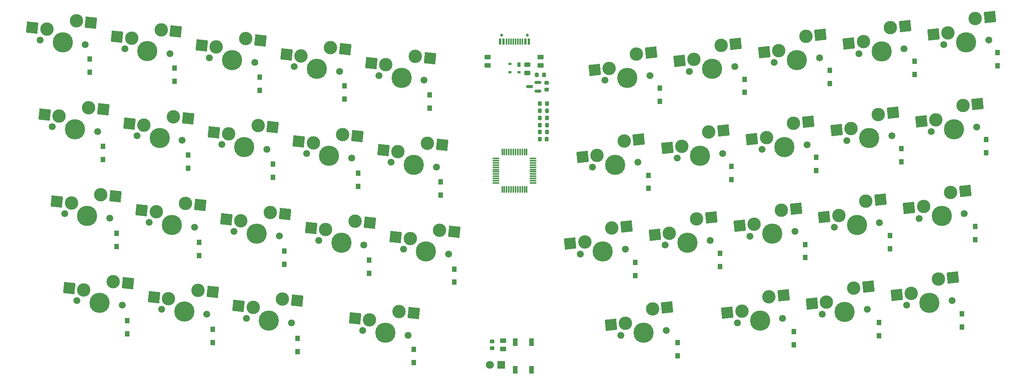
<source format=gbr>
%TF.GenerationSoftware,KiCad,Pcbnew,9.0.2*%
%TF.CreationDate,2025-09-05T14:25:20+08:00*%
%TF.ProjectId,LittleWing,4c697474-6c65-4576-996e-672e6b696361,rev?*%
%TF.SameCoordinates,Original*%
%TF.FileFunction,Soldermask,Bot*%
%TF.FilePolarity,Negative*%
%FSLAX46Y46*%
G04 Gerber Fmt 4.6, Leading zero omitted, Abs format (unit mm)*
G04 Created by KiCad (PCBNEW 9.0.2) date 2025-09-05 14:25:20*
%MOMM*%
%LPD*%
G01*
G04 APERTURE LIST*
G04 Aperture macros list*
%AMRoundRect*
0 Rectangle with rounded corners*
0 $1 Rounding radius*
0 $2 $3 $4 $5 $6 $7 $8 $9 X,Y pos of 4 corners*
0 Add a 4 corners polygon primitive as box body*
4,1,4,$2,$3,$4,$5,$6,$7,$8,$9,$2,$3,0*
0 Add four circle primitives for the rounded corners*
1,1,$1+$1,$2,$3*
1,1,$1+$1,$4,$5*
1,1,$1+$1,$6,$7*
1,1,$1+$1,$8,$9*
0 Add four rect primitives between the rounded corners*
20,1,$1+$1,$2,$3,$4,$5,0*
20,1,$1+$1,$4,$5,$6,$7,0*
20,1,$1+$1,$6,$7,$8,$9,0*
20,1,$1+$1,$8,$9,$2,$3,0*%
%AMRotRect*
0 Rectangle, with rotation*
0 The origin of the aperture is its center*
0 $1 length*
0 $2 width*
0 $3 Rotation angle, in degrees counterclockwise*
0 Add horizontal line*
21,1,$1,$2,0,0,$3*%
G04 Aperture macros list end*
%ADD10R,1.800000X1.800000*%
%ADD11C,1.800000*%
%ADD12C,1.550000*%
%ADD13C,3.000000*%
%ADD14C,4.530000*%
%ADD15RotRect,2.550000X2.500000X6.000000*%
%ADD16RotRect,2.550000X2.500000X354.000000*%
%ADD17R,1.000000X1.250000*%
%ADD18RoundRect,0.225000X-0.225000X-0.250000X0.225000X-0.250000X0.225000X0.250000X-0.225000X0.250000X0*%
%ADD19RoundRect,0.075000X0.075000X-0.662500X0.075000X0.662500X-0.075000X0.662500X-0.075000X-0.662500X0*%
%ADD20RoundRect,0.075000X0.662500X-0.075000X0.662500X0.075000X-0.662500X0.075000X-0.662500X-0.075000X0*%
%ADD21R,1.100000X1.800000*%
%ADD22RoundRect,0.225000X0.250000X-0.225000X0.250000X0.225000X-0.250000X0.225000X-0.250000X-0.225000X0*%
%ADD23RoundRect,0.150000X0.587500X0.150000X-0.587500X0.150000X-0.587500X-0.150000X0.587500X-0.150000X0*%
%ADD24RoundRect,0.250000X-0.450000X0.262500X-0.450000X-0.262500X0.450000X-0.262500X0.450000X0.262500X0*%
%ADD25C,0.650000*%
%ADD26R,0.600000X1.450000*%
%ADD27R,0.300000X1.450000*%
%ADD28R,0.700000X1.000000*%
%ADD29R,0.700000X0.600000*%
%ADD30RoundRect,0.243750X0.456250X-0.243750X0.456250X0.243750X-0.456250X0.243750X-0.456250X-0.243750X0*%
%ADD31RoundRect,0.250000X0.450000X-0.262500X0.450000X0.262500X-0.450000X0.262500X-0.450000X-0.262500X0*%
G04 APERTURE END LIST*
D10*
X164706784Y-164693422D03*
D11*
X162166784Y-164693422D03*
D12*
X216917499Y-97888719D03*
D13*
X213860409Y-93102050D03*
D14*
X211865328Y-98419724D03*
D13*
X207810697Y-96291892D03*
D12*
X206813157Y-98950729D03*
D15*
X204553638Y-96634223D03*
X217144320Y-92756896D03*
D12*
X152937499Y-139840729D03*
D13*
X150942418Y-134523055D03*
D14*
X147885328Y-139309724D03*
D13*
X144361702Y-136385385D03*
D12*
X142833157Y-138778719D03*
D16*
X141104643Y-136043054D03*
X154226330Y-134868208D03*
D12*
X192487499Y-138778719D03*
D13*
X189430409Y-133992050D03*
D14*
X187435328Y-139309724D03*
D13*
X183380697Y-137181892D03*
D12*
X182383157Y-139840729D03*
D15*
X180123638Y-137524223D03*
X192714320Y-133646896D03*
D17*
X154166784Y-146168422D03*
X154166784Y-143218422D03*
D18*
X173366784Y-112543422D03*
X174916784Y-112543422D03*
D12*
X128517499Y-98950729D03*
D13*
X126522418Y-93633055D03*
D14*
X123465328Y-98419724D03*
D13*
X119941702Y-95495385D03*
D12*
X118413157Y-97888719D03*
D16*
X116684643Y-95153054D03*
X129806330Y-93978208D03*
D17*
X78666784Y-138168422D03*
X78666784Y-135218422D03*
X110666784Y-103168422D03*
X110666784Y-100218422D03*
X267766784Y-156168422D03*
X267766784Y-153218422D03*
D12*
X201587499Y-156968719D03*
D13*
X198530409Y-152182050D03*
D14*
X196535328Y-157499724D03*
D13*
X192480697Y-155371892D03*
D12*
X191483157Y-158030729D03*
D15*
X189223638Y-155714223D03*
X201814320Y-151836896D03*
D17*
X270666784Y-136668422D03*
X270666784Y-133718422D03*
D12*
X227647499Y-154228719D03*
D13*
X224590409Y-149442050D03*
D14*
X222595328Y-154759724D03*
D13*
X218540697Y-152631892D03*
D12*
X217543157Y-155290729D03*
D15*
X215283638Y-152974223D03*
X227874320Y-149096896D03*
D17*
X235166784Y-121168422D03*
X235166784Y-118218422D03*
D12*
X195247499Y-119328719D03*
D13*
X192190409Y-114542050D03*
D14*
X190195328Y-119859724D03*
D13*
X186140697Y-117731892D03*
D12*
X185143157Y-120390729D03*
D15*
X182883638Y-118074223D03*
X195474320Y-114196896D03*
D19*
X170416784Y-125355922D03*
X169916784Y-125355922D03*
X169416784Y-125355922D03*
X168916783Y-125355922D03*
X168416784Y-125355922D03*
X167916784Y-125355922D03*
X167416784Y-125355922D03*
X166916784Y-125355922D03*
X166416785Y-125355922D03*
X165916784Y-125355922D03*
X165416784Y-125355922D03*
X164916784Y-125355922D03*
D20*
X163504284Y-123943422D03*
X163504284Y-123443422D03*
X163504284Y-122943422D03*
X163504284Y-122443421D03*
X163504284Y-121943422D03*
X163504284Y-121443422D03*
X163504284Y-120943422D03*
X163504284Y-120443422D03*
X163504284Y-119943423D03*
X163504284Y-119443422D03*
X163504284Y-118943422D03*
X163504284Y-118443422D03*
D19*
X164916784Y-117030922D03*
X165416784Y-117030922D03*
X165916784Y-117030922D03*
X166416785Y-117030922D03*
X166916784Y-117030922D03*
X167416784Y-117030922D03*
X167916784Y-117030922D03*
X168416784Y-117030922D03*
X168916783Y-117030922D03*
X169416784Y-117030922D03*
X169916784Y-117030922D03*
X170416784Y-117030922D03*
D20*
X171829284Y-118443422D03*
X171829284Y-118943422D03*
X171829284Y-119443422D03*
X171829284Y-119943423D03*
X171829284Y-120443422D03*
X171829284Y-120943422D03*
X171829284Y-121443422D03*
X171829284Y-121943422D03*
X171829284Y-122443421D03*
X171829284Y-122943422D03*
X171829284Y-123443422D03*
X171829284Y-123943422D03*
D12*
X79918955Y-151324427D03*
D13*
X77923874Y-146006753D03*
D14*
X74866784Y-150793422D03*
D13*
X71343158Y-147869083D03*
D12*
X69814613Y-150262417D03*
D16*
X68086099Y-147526752D03*
X81207786Y-146351906D03*
D21*
X171516784Y-165793422D03*
X167816784Y-159593422D03*
X167816784Y-165793422D03*
X171516784Y-159593422D03*
D17*
X238166784Y-101668422D03*
X238166784Y-98718422D03*
D12*
X235877499Y-95898719D03*
D13*
X232820409Y-91112050D03*
D14*
X230825328Y-96429724D03*
D13*
X226770697Y-94301892D03*
D12*
X225773157Y-96960729D03*
D15*
X223513638Y-94644223D03*
X236104320Y-90766896D03*
D12*
X246572499Y-152246769D03*
D13*
X243515409Y-147460100D03*
D14*
X241520328Y-152777774D03*
D13*
X237465697Y-150649942D03*
D12*
X236468157Y-153308779D03*
D15*
X234208638Y-150992273D03*
X246799320Y-147114946D03*
D17*
X232666784Y-140668422D03*
X232666784Y-137718422D03*
D22*
X162666784Y-160968422D03*
X162666784Y-159418422D03*
D17*
X75666784Y-118668422D03*
X75666784Y-115718422D03*
X251666784Y-138668422D03*
X251666784Y-135718422D03*
D12*
X233127499Y-115358719D03*
D13*
X230070409Y-110572050D03*
D14*
X228075328Y-115889724D03*
D13*
X224020697Y-113761892D03*
D12*
X223023157Y-116420729D03*
D15*
X220763638Y-114104223D03*
X233354320Y-110226896D03*
D12*
X117797499Y-155290729D03*
D13*
X115802418Y-149973055D03*
D14*
X112745328Y-154759724D03*
D13*
X109221702Y-151835385D03*
D12*
X107693157Y-154228719D03*
D16*
X105964643Y-151493054D03*
X119086330Y-150318208D03*
D12*
X214197499Y-117338719D03*
D13*
X211140409Y-112552050D03*
D14*
X209145328Y-117869724D03*
D13*
X205090697Y-115741892D03*
D12*
X204093157Y-118400729D03*
D15*
X201833638Y-116084223D03*
X214424320Y-112206896D03*
D23*
X172904284Y-101443422D03*
X172904284Y-103343422D03*
X171029284Y-102393422D03*
D12*
X98867499Y-153290729D03*
D13*
X96872418Y-147973055D03*
D14*
X93815328Y-152759724D03*
D13*
X90291702Y-149835385D03*
D12*
X88763157Y-152228719D03*
D16*
X87034643Y-149493054D03*
X100156330Y-148318208D03*
D17*
X213666784Y-142668422D03*
X213666784Y-139718422D03*
D18*
X173366784Y-107780922D03*
X174916784Y-107780922D03*
D17*
X197657515Y-125168422D03*
X197657515Y-122218422D03*
X145166784Y-164168422D03*
X145166784Y-161218422D03*
X249166784Y-158168422D03*
X249166784Y-155218422D03*
X204166784Y-162668422D03*
X204166784Y-159718422D03*
D12*
X265518955Y-150262417D03*
D13*
X262461865Y-145475748D03*
D14*
X260466784Y-150793422D03*
D13*
X256412153Y-148665590D03*
D12*
X255414613Y-151324427D03*
D15*
X253155094Y-149007921D03*
X265745776Y-145130594D03*
D24*
X161666784Y-95780922D03*
X161666784Y-97605922D03*
D17*
X230166784Y-160168422D03*
X230166784Y-157218422D03*
X132666784Y-124668422D03*
X132666784Y-121718422D03*
D12*
X271027499Y-111378719D03*
D13*
X267970409Y-106592050D03*
D14*
X265975328Y-111909724D03*
D13*
X261920697Y-109781892D03*
D12*
X260923157Y-112440729D03*
D15*
X258663638Y-110124223D03*
X271254320Y-106246896D03*
D25*
X164776784Y-90858422D03*
X170556784Y-90858422D03*
D26*
X164441784Y-92303422D03*
X165216784Y-92303422D03*
D27*
X165916784Y-92303422D03*
X166416784Y-92303422D03*
X166916784Y-92303422D03*
X167416784Y-92303422D03*
X167916784Y-92303422D03*
X168416784Y-92303422D03*
X168916784Y-92303422D03*
X169416784Y-92303422D03*
D26*
X170116784Y-92303422D03*
X170891784Y-92303422D03*
D17*
X116166784Y-142168422D03*
X116166784Y-139218422D03*
D18*
X173348034Y-114130922D03*
X174898034Y-114130922D03*
D12*
X273747499Y-91928719D03*
D13*
X270690409Y-87142050D03*
D14*
X268695328Y-92459724D03*
D13*
X264640697Y-90331892D03*
D12*
X263643157Y-92990729D03*
D15*
X261383638Y-90674223D03*
X273974320Y-86796896D03*
D12*
X77157499Y-131860729D03*
D13*
X75162418Y-126543055D03*
D14*
X72105328Y-131329724D03*
D13*
X68581702Y-128405385D03*
D12*
X67053157Y-130798719D03*
D16*
X65324643Y-128063054D03*
X78446330Y-126888208D03*
D17*
X200166784Y-105668422D03*
X200166784Y-102718422D03*
X113666784Y-122668422D03*
X113666784Y-119718422D03*
D12*
X90627499Y-94970729D03*
D13*
X88632418Y-89653055D03*
D14*
X85575328Y-94439724D03*
D13*
X82051702Y-91515385D03*
D12*
X80523157Y-93908719D03*
D16*
X78794643Y-91173054D03*
X91916330Y-89998208D03*
D28*
X168666784Y-97443422D03*
D29*
X168666784Y-99143422D03*
X166666784Y-99143422D03*
X166666784Y-97243422D03*
D12*
X211437499Y-136788719D03*
D13*
X208380409Y-132002050D03*
D14*
X206385328Y-137319724D03*
D13*
X202330697Y-135191892D03*
D12*
X201333157Y-137850729D03*
D15*
X199073638Y-135534223D03*
X211664320Y-131656896D03*
D17*
X94666784Y-120668422D03*
X94666784Y-117718422D03*
X216166784Y-123168422D03*
X216166784Y-120218422D03*
X151166784Y-126668422D03*
X151166784Y-123718422D03*
X135166784Y-144168422D03*
X135166784Y-141218422D03*
X257166784Y-99668422D03*
X257166784Y-96718422D03*
D18*
X173366784Y-106193422D03*
X174916784Y-106193422D03*
X173366784Y-109368422D03*
X174916784Y-109368422D03*
D12*
X133997499Y-137850729D03*
D13*
X132002418Y-132533055D03*
D14*
X128945328Y-137319724D03*
D13*
X125421702Y-134395385D03*
D12*
X123893157Y-136788719D03*
D16*
X122164643Y-134053054D03*
X135286330Y-132878208D03*
D12*
X150207499Y-120390729D03*
D13*
X148212418Y-115073055D03*
D14*
X145155328Y-119859724D03*
D13*
X141631702Y-116935385D03*
D12*
X140103157Y-119328719D03*
D16*
X138374643Y-116593054D03*
X151496330Y-115418208D03*
D17*
X254166784Y-119168422D03*
X254166784Y-116218422D03*
D30*
X170566784Y-99330922D03*
X170566784Y-97455922D03*
D12*
X93367499Y-114410729D03*
D13*
X91372418Y-109093055D03*
D14*
X88315328Y-113879724D03*
D13*
X84791702Y-110955385D03*
D12*
X83263157Y-113348719D03*
D16*
X81534643Y-110613054D03*
X94656330Y-109438208D03*
D12*
X230397499Y-134798719D03*
D13*
X227340409Y-130012050D03*
D14*
X225345328Y-135329724D03*
D13*
X221290697Y-133201892D03*
D12*
X220293157Y-135860729D03*
D15*
X218033638Y-133544223D03*
X230624320Y-129666896D03*
D12*
X197967499Y-99878719D03*
D13*
X194910409Y-95092050D03*
D14*
X192915328Y-100409724D03*
D13*
X188860697Y-98281892D03*
D12*
X187863157Y-100940729D03*
D15*
X185603638Y-98624223D03*
X198194320Y-94746896D03*
D17*
X81066784Y-157718422D03*
X81066784Y-154768422D03*
D12*
X131257499Y-118400729D03*
D13*
X129262418Y-113083055D03*
D14*
X126205328Y-117869724D03*
D13*
X122681702Y-114945385D03*
D12*
X121153157Y-117338719D03*
D16*
X119424643Y-114603054D03*
X132546330Y-113428208D03*
D17*
X119166784Y-161668422D03*
X119166784Y-158718422D03*
D22*
X174866784Y-103068422D03*
X174866784Y-101518422D03*
D18*
X172691784Y-99693422D03*
X174241784Y-99693422D03*
D17*
X275666784Y-97668422D03*
X275666784Y-94718422D03*
D24*
X165166784Y-159280922D03*
X165166784Y-161105922D03*
D12*
X252077499Y-113368719D03*
D13*
X249020409Y-108582050D03*
D14*
X247025328Y-113899724D03*
D13*
X242970697Y-111771892D03*
D12*
X241973157Y-114430729D03*
D15*
X239713638Y-112114223D03*
X252304320Y-108236896D03*
D12*
X96107499Y-133850729D03*
D13*
X94112418Y-128533055D03*
D14*
X91055328Y-133319724D03*
D13*
X87531702Y-130395385D03*
D12*
X86003157Y-132788719D03*
D16*
X84274643Y-130053054D03*
X97396330Y-128878208D03*
D12*
X109567499Y-96960729D03*
D13*
X107572418Y-91643055D03*
D14*
X104515328Y-96429724D03*
D13*
X100991702Y-93505385D03*
D12*
X99463157Y-95898719D03*
D16*
X97734643Y-93163054D03*
X110856330Y-91988208D03*
D18*
X173366784Y-110955922D03*
X174916784Y-110955922D03*
D12*
X254817499Y-93918719D03*
D13*
X251760409Y-89132050D03*
D14*
X249765328Y-94449724D03*
D13*
X245710697Y-92321892D03*
D12*
X244713157Y-94980729D03*
D15*
X242453638Y-92664223D03*
X255044320Y-88786896D03*
D17*
X72666784Y-99168422D03*
X72666784Y-96218422D03*
X148666784Y-107168422D03*
X148666784Y-104218422D03*
X129666784Y-105168422D03*
X129666784Y-102218422D03*
X100166784Y-159668422D03*
X100166784Y-156718422D03*
D12*
X112307499Y-116400729D03*
D13*
X110312418Y-111083055D03*
D14*
X107255328Y-115869724D03*
D13*
X103731702Y-112945385D03*
D12*
X102203157Y-115338719D03*
D16*
X100474643Y-112603054D03*
X113596330Y-111428208D03*
D12*
X268277499Y-130818719D03*
D13*
X265220409Y-126032050D03*
D14*
X263225328Y-131349724D03*
D13*
X259170697Y-129221892D03*
D12*
X258173157Y-131880729D03*
D15*
X255913638Y-129564223D03*
X268504320Y-125686896D03*
D17*
X91666784Y-101168422D03*
X91666784Y-98218422D03*
D12*
X74417499Y-112420729D03*
D13*
X72422418Y-107103055D03*
D14*
X69365328Y-111889724D03*
D13*
X65841702Y-108965385D03*
D12*
X64313157Y-111358719D03*
D16*
X62584643Y-108623054D03*
X75706330Y-107448208D03*
D31*
X173513812Y-97605922D03*
X173513812Y-95780922D03*
D12*
X249327499Y-132808719D03*
D13*
X246270409Y-128022050D03*
D14*
X244275328Y-133339724D03*
D13*
X240220697Y-131211892D03*
D12*
X239223157Y-133870729D03*
D15*
X236963638Y-131554223D03*
X249554320Y-127676896D03*
D17*
X219166784Y-103668422D03*
X219166784Y-100718422D03*
D12*
X147457499Y-100940729D03*
D13*
X145462418Y-95623055D03*
D14*
X142405328Y-100409724D03*
D13*
X138881702Y-97485385D03*
D12*
X137353157Y-99878719D03*
D16*
X135624643Y-97143054D03*
X148746330Y-95968208D03*
D17*
X273166784Y-117168422D03*
X273166784Y-114218422D03*
X194666784Y-144668422D03*
X194666784Y-141718422D03*
X97166784Y-140168422D03*
X97166784Y-137218422D03*
D12*
X71677499Y-92980729D03*
D13*
X69682418Y-87663055D03*
D14*
X66625328Y-92449724D03*
D13*
X63101702Y-89525385D03*
D12*
X61573157Y-91918719D03*
D16*
X59844643Y-89183054D03*
X72966330Y-88008208D03*
D12*
X115057499Y-135840729D03*
D13*
X113062418Y-130523055D03*
D14*
X110005328Y-135309724D03*
D13*
X106481702Y-132385385D03*
D12*
X104953157Y-134778719D03*
D16*
X103224643Y-132043054D03*
X116346330Y-130868208D03*
D12*
X143847499Y-158040729D03*
D13*
X141852418Y-152723055D03*
D14*
X138795328Y-157509724D03*
D13*
X135271702Y-154585385D03*
D12*
X133743157Y-156978719D03*
D16*
X132014643Y-154243054D03*
X145136330Y-153068208D03*
M02*

</source>
